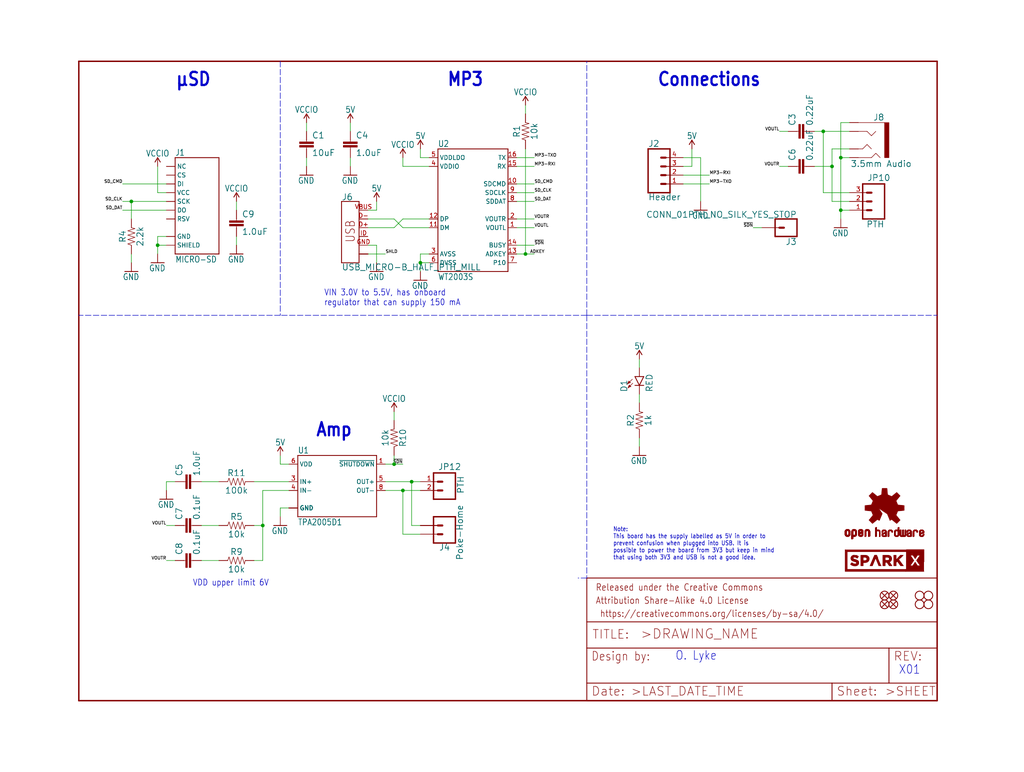
<source format=kicad_sch>
(kicad_sch (version 20211123) (generator eeschema)
  (paper "User" 297.002 223.926)
  (lib_symbols
    (symbol "eagleSchem-eagle-import:0.1UF-0603-25V-(+80{slash}-20%)"
      (property "Reference" "C" (at 1.524 2.921 0))
      (property "Value" "0.1UF-0603-25V-(+80{slash}-20%)" (at 1.524 -2.159 0))
      (symbol "0.1UF-0603-25V-(+80{slash}-20%)_1_0"
        (pin passive line (at 0 5.08 270) (length 2.54) (name "1") (number "1"))
        (pin passive line (at 0 -2.54 90) (length 2.54) (name "2") (number "2"))
      )
    )
    (symbol "eagleSchem-eagle-import:0.22UF-0603-25V-10%"
      (property "Reference" "C" (at 1.524 2.921 0))
      (property "Value" "0.22UF-0603-25V-10%" (at 1.524 -2.159 0))
      (symbol "0.22UF-0603-25V-10%_1_0"
        (pin passive line (at 0 5.08 270) (length 2.54) (name "1") (number "1"))
        (pin passive line (at 0 -2.54 90) (length 2.54) (name "2") (number "2"))
      )
    )
    (symbol "eagleSchem-eagle-import:1.0UF-0603-16V-10%"
      (property "Reference" "C" (at 1.524 2.921 0))
      (property "Value" "1.0UF-0603-16V-10%" (at 1.524 -2.159 0))
      (symbol "1.0UF-0603-16V-10%_1_0"
        (pin passive line (at 0 5.08 270) (length 2.54) (name "1") (number "1"))
        (pin passive line (at 0 -2.54 90) (length 2.54) (name "2") (number "2"))
      )
    )
    (symbol "eagleSchem-eagle-import:100KOHM-0603-1{slash}10W-1%"
      (property "Reference" "R" (at 0 1.524 0))
      (property "Value" "100KOHM-0603-1{slash}10W-1%" (at 0 -1.524 0))
      (symbol "100KOHM-0603-1{slash}10W-1%_1_0"
        (pin passive line (at -5.08 0 0) (length 2.54) (name "1") (number "1"))
        (pin passive line (at 5.08 0 180) (length 2.54) (name "2") (number "2"))
      )
    )
    (symbol "eagleSchem-eagle-import:10KOHM-0603-1{slash}10W-1%"
      (property "Reference" "R" (at 0 1.524 0))
      (property "Value" "10KOHM-0603-1{slash}10W-1%" (at 0 -1.524 0))
      (symbol "10KOHM-0603-1{slash}10W-1%_1_0"
        (pin passive line (at -5.08 0 0) (length 2.54) (name "1") (number "1"))
        (pin passive line (at 5.08 0 180) (length 2.54) (name "2") (number "2"))
      )
    )
    (symbol "eagleSchem-eagle-import:10UF-0603-6.3V-20%"
      (property "Reference" "C" (at 1.524 2.921 0))
      (property "Value" "10UF-0603-6.3V-20%" (at 1.524 -2.159 0))
      (symbol "10UF-0603-6.3V-20%_1_0"
        (pin passive line (at 0 5.08 270) (length 2.54) (name "1") (number "1"))
        (pin passive line (at 0 -2.54 90) (length 2.54) (name "2") (number "2"))
      )
    )
    (symbol "eagleSchem-eagle-import:1KOHM-0603-1{slash}10W-1%"
      (property "Reference" "R" (at 0 1.524 0))
      (property "Value" "1KOHM-0603-1{slash}10W-1%" (at 0 -1.524 0))
      (symbol "1KOHM-0603-1{slash}10W-1%_1_0"
        (pin passive line (at -5.08 0 0) (length 2.54) (name "1") (number "1"))
        (pin passive line (at 5.08 0 180) (length 2.54) (name "2") (number "2"))
      )
    )
    (symbol "eagleSchem-eagle-import:2.2KOHM-0603-1{slash}10W-1%"
      (property "Reference" "R" (at 0 1.524 0))
      (property "Value" "2.2KOHM-0603-1{slash}10W-1%" (at 0 -1.524 0))
      (symbol "2.2KOHM-0603-1{slash}10W-1%_1_0"
        (pin passive line (at -5.08 0 0) (length 2.54) (name "1") (number "1"))
        (pin passive line (at 5.08 0 180) (length 2.54) (name "2") (number "2"))
      )
    )
    (symbol "eagleSchem-eagle-import:5V" (power)
      (property "Value" "5V" (at 0 2.794 0))
      (symbol "5V_1_0"
        (pin power_in line (at 0 0 90) (length 2.54) (name "5V") (number "1"))
      )
    )
    (symbol "eagleSchem-eagle-import:AUDIO_JACK_TRRSSMD_RA"
      (property "Reference" "J" (at -5.08 5.588 0))
      (property "Value" "AUDIO_JACK_TRRSSMD_RA" (at -5.08 -7.62 0))
      (symbol "AUDIO_JACK_TRRSSMD_RA_1_0"
        (pin bidirectional line (at 5.08 5.08 180) (length 2.54) (name "EARTH") (number "EARTH"))
        (pin bidirectional line (at 5.08 2.54 180) (length 2.54) (name "RING1") (number "RING1"))
        (pin bidirectional line (at 5.08 -5.08 180) (length 2.54) (name "RING2") (number "RING2"))
        (pin bidirectional line (at 5.08 -2.54 180) (length 2.54) (name "TIP") (number "TIP"))
      )
    )
    (symbol "eagleSchem-eagle-import:CONN_01PTH_NO_SILK_YES_STOP"
      (property "Reference" "J" (at -2.54 3.048 0))
      (property "Value" "CONN_01PTH_NO_SILK_YES_STOP" (at -2.54 -4.826 0))
      (symbol "CONN_01PTH_NO_SILK_YES_STOP_1_0"
        (pin passive line (at 7.62 0 180) (length 5.08) (name "1") (number "1"))
      )
    )
    (symbol "eagleSchem-eagle-import:CONN_021X02_NO_SILK"
      (property "Reference" "J" (at -2.54 5.588 0))
      (property "Value" "CONN_021X02_NO_SILK" (at -2.54 -4.826 0))
      (symbol "CONN_021X02_NO_SILK_1_0"
        (pin passive line (at 7.62 0 180) (length 5.08) (name "1") (number "1"))
        (pin passive line (at 7.62 2.54 180) (length 5.08) (name "2") (number "2"))
      )
    )
    (symbol "eagleSchem-eagle-import:CONN_02SMALL_POKEHOME"
      (property "Reference" "J" (at -2.54 5.588 0))
      (property "Value" "CONN_02SMALL_POKEHOME" (at -2.54 -4.826 0))
      (symbol "CONN_02SMALL_POKEHOME_1_0"
        (pin passive line (at 7.62 0 180) (length 5.08) (name "1") (number "P1"))
        (pin passive line (at 7.62 2.54 180) (length 5.08) (name "2") (number "P2"))
        (pin passive line (at 7.62 0 180) (length 5.08) (name "1") (number "P3"))
        (pin passive line (at 7.62 2.54 180) (length 5.08) (name "2") (number "P4"))
      )
    )
    (symbol "eagleSchem-eagle-import:CONN_031X03_NO_SILK"
      (property "Reference" "J" (at -2.54 5.588 0))
      (property "Value" "CONN_031X03_NO_SILK" (at -2.54 -7.366 0))
      (symbol "CONN_031X03_NO_SILK_1_0"
        (pin passive line (at 7.62 -2.54 180) (length 5.08) (name "1") (number "1"))
        (pin passive line (at 7.62 0 180) (length 5.08) (name "2") (number "2"))
        (pin passive line (at 7.62 2.54 180) (length 5.08) (name "3") (number "3"))
      )
    )
    (symbol "eagleSchem-eagle-import:CONN_041X04_NO_SILK"
      (property "Reference" "J" (at -5.08 8.128 0))
      (property "Value" "CONN_041X04_NO_SILK" (at -5.08 -7.366 0))
      (symbol "CONN_041X04_NO_SILK_1_0"
        (pin passive line (at 5.08 -2.54 180) (length 5.08) (name "1") (number "1"))
        (pin passive line (at 5.08 0 180) (length 5.08) (name "2") (number "2"))
        (pin passive line (at 5.08 2.54 180) (length 5.08) (name "3") (number "3"))
        (pin passive line (at 5.08 5.08 180) (length 5.08) (name "4") (number "4"))
      )
    )
    (symbol "eagleSchem-eagle-import:FIDUCIALUFIDUCIAL")
    (symbol "eagleSchem-eagle-import:FRAME-LETTER"
      (symbol "FRAME-LETTER_2_0"
        (text " https://creativecommons.org/licenses/by-sa/4.0/" (at 2.54 24.13 0) (effects (font (size 1.9304 1.6408)) (justify left bottom)))
        (text ">DRAWING_NAME" (at 15.494 17.78 0) (effects (font (size 2.7432 2.7432)) (justify left bottom)))
        (text ">LAST_DATE_TIME" (at 12.7 1.27 0) (effects (font (size 2.54 2.54)) (justify left bottom)))
        (text ">SHEET" (at 86.36 1.27 0) (effects (font (size 2.54 2.54)) (justify left bottom)))
        (text "Attribution Share-Alike 4.0 License" (at 2.54 27.94 0) (effects (font (size 1.9304 1.6408)) (justify left bottom)))
        (text "Date:" (at 1.27 1.27 0) (effects (font (size 2.54 2.54)) (justify left bottom)))
        (text "Design by:" (at 1.27 11.43 0) (effects (font (size 2.54 2.159)) (justify left bottom)))
        (text "Released under the Creative Commons" (at 2.54 31.75 0) (effects (font (size 1.9304 1.6408)) (justify left bottom)))
        (text "REV:" (at 88.9 11.43 0) (effects (font (size 2.54 2.54)) (justify left bottom)))
        (text "Sheet:" (at 72.39 1.27 0) (effects (font (size 2.54 2.54)) (justify left bottom)))
        (text "TITLE:" (at 1.524 17.78 0) (effects (font (size 2.54 2.54)) (justify left bottom)))
      )
    )
    (symbol "eagleSchem-eagle-import:GND" (power)
      (property "Value" "GND" (at -2.54 -2.54 0))
      (symbol "GND_1_0"
        (pin power_in line (at 0 2.54 270) (length 2.54) (name "GND") (number "1"))
      )
    )
    (symbol "eagleSchem-eagle-import:LED-RED0603"
      (property "Reference" "D" (at -3.429 -4.572 90))
      (property "Value" "LED-RED0603" (at 1.905 -4.572 90))
      (symbol "LED-RED0603_1_0"
        (pin passive line (at 0 2.54 270) (length 2.54) (name "A") (number "A"))
        (pin passive line (at 0 -5.08 90) (length 2.54) (name "C") (number "C"))
      )
    )
    (symbol "eagleSchem-eagle-import:MICRO-SD_CARD_SOCKETPUSH-PUSH"
      (property "Reference" "J" (at -5.08 15.748 0))
      (property "Value" "MICRO-SD_CARD_SOCKETPUSH-PUSH" (at -5.08 -15.24 0))
      (symbol "MICRO-SD_CARD_SOCKETPUSH-PUSH_1_0"
        (pin bidirectional line (at -7.62 -10.16 0) (length 2.54) (name "SHIELD") (number "CD1"))
        (pin bidirectional line (at -7.62 10.16 0) (length 2.54) (name "CS") (number "CS"))
        (pin bidirectional line (at -7.62 7.62 0) (length 2.54) (name "DI") (number "DI"))
        (pin bidirectional line (at -7.62 0 0) (length 2.54) (name "DO") (number "DO"))
        (pin bidirectional line (at -7.62 -7.62 0) (length 2.54) (name "GND") (number "GND"))
        (pin bidirectional line (at -7.62 -2.54 0) (length 2.54) (name "RSV") (number "RSV1"))
        (pin bidirectional line (at -7.62 12.7 0) (length 2.54) (name "NC") (number "RSV2"))
        (pin bidirectional line (at -7.62 2.54 0) (length 2.54) (name "SCK") (number "SCLK"))
        (pin bidirectional line (at -7.62 5.08 0) (length 2.54) (name "VCC") (number "VCC"))
      )
    )
    (symbol "eagleSchem-eagle-import:OSHW-LOGOMINI")
    (symbol "eagleSchem-eagle-import:SPARKX-LOGO4")
    (symbol "eagleSchem-eagle-import:STAND-OFF")
    (symbol "eagleSchem-eagle-import:TPA2005D1DRB"
      (property "Reference" "U" (at -10.16 8.128 0))
      (property "Value" "TPA2005D1DRB" (at -10.16 -12.7 0))
      (symbol "TPA2005D1DRB_1_0"
        (pin input line (at 15.24 5.08 180) (length 2.54) (name "~{SHUTDOWN}") (number "1"))
        (pin power_in line (at -12.7 -7.62 0) (length 2.54) (name "GND") (number "10"))
        (pin power_in line (at -12.7 -7.62 0) (length 2.54) (name "GND") (number "11"))
        (pin power_in line (at -12.7 -7.62 0) (length 2.54) (name "GND") (number "12"))
        (pin power_in line (at -12.7 -7.62 0) (length 2.54) (name "GND") (number "13"))
        (pin bidirectional line (at -12.7 0 0) (length 2.54) (name "IN+") (number "3"))
        (pin bidirectional line (at -12.7 -2.54 0) (length 2.54) (name "IN-") (number "4"))
        (pin bidirectional line (at 15.24 0 180) (length 2.54) (name "OUT+") (number "5"))
        (pin power_in line (at -12.7 5.08 0) (length 2.54) (name "VDD") (number "6"))
        (pin power_in line (at -12.7 -7.62 0) (length 2.54) (name "GND") (number "7"))
        (pin bidirectional line (at 15.24 -2.54 180) (length 2.54) (name "OUT-") (number "8"))
        (pin power_in line (at -12.7 -7.62 0) (length 2.54) (name "GND") (number "9"))
      )
    )
    (symbol "eagleSchem-eagle-import:USB_MICRO-B_HALF_PTH_MILL"
      (property "Reference" "J" (at -2.54 10.414 0))
      (property "Value" "USB_MICRO-B_HALF_PTH_MILL" (at -2.54 -9.906 0))
      (symbol "USB_MICRO-B_HALF_PTH_MILL_1_0"
        (text "USB" (at 0 1.524 900) (effects (font (size 2.54 2.159))))
        (pin bidirectional line (at 5.08 2.54 180) (length 2.54) (name "D+") (number "D+"))
        (pin bidirectional line (at 5.08 5.08 180) (length 2.54) (name "D-") (number "D-"))
        (pin power_in line (at 5.08 -2.54 180) (length 2.54) (name "GND") (number "GND"))
        (pin bidirectional line (at 5.08 0 180) (length 2.54) (name "ID") (number "ID"))
        (pin bidirectional line (at 5.08 -5.08 180) (length 2.54) (name "SHIELD") (number "SHIELD"))
        (pin bidirectional line (at 5.08 -5.08 180) (length 2.54) (name "SHIELD") (number "SHIELD10"))
        (pin bidirectional line (at 5.08 -5.08 180) (length 2.54) (name "SHIELD") (number "SHIELD2"))
        (pin bidirectional line (at 5.08 -5.08 180) (length 2.54) (name "SHIELD") (number "SHIELD3"))
        (pin bidirectional line (at 5.08 -5.08 180) (length 2.54) (name "SHIELD") (number "SHIELD4"))
        (pin bidirectional line (at 5.08 -5.08 180) (length 2.54) (name "SHIELD") (number "SHIELD5"))
        (pin bidirectional line (at 5.08 -5.08 180) (length 2.54) (name "SHIELD") (number "SHIELD6"))
        (pin bidirectional line (at 5.08 -5.08 180) (length 2.54) (name "SHIELD") (number "SHIELD7"))
        (pin bidirectional line (at 5.08 -5.08 180) (length 2.54) (name "SHIELD") (number "SHIELD8"))
        (pin bidirectional line (at 5.08 -5.08 180) (length 2.54) (name "SHIELD") (number "SHIELD9"))
        (pin power_in line (at 5.08 7.62 180) (length 2.54) (name "VBUS") (number "VBUS"))
      )
    )
    (symbol "eagleSchem-eagle-import:VCCIO" (power)
      (property "Value" "VCCIO" (at 0 2.794 0))
      (symbol "VCCIO_1_0"
        (pin power_in line (at 0 0 90) (length 2.54) (name "VCCIO") (number "1"))
      )
    )
    (symbol "eagleSchem-eagle-import:WT2003S"
      (property "Reference" "U" (at -10.16 18.288 0))
      (property "Value" "WT2003S" (at -10.16 -20.32 0))
      (symbol "WT2003S_1_0"
        (pin bidirectional line (at 12.7 -5.08 180) (length 2.54) (name "VOUTL") (number "1"))
        (pin bidirectional line (at 12.7 7.62 180) (length 2.54) (name "SDCMD") (number "10"))
        (pin bidirectional line (at -12.7 -5.08 0) (length 2.54) (name "DM") (number "11"))
        (pin bidirectional line (at -12.7 -2.54 0) (length 2.54) (name "DP") (number "12"))
        (pin bidirectional line (at 12.7 -12.7 180) (length 2.54) (name "ADKEY") (number "13"))
        (pin bidirectional line (at 12.7 -10.16 180) (length 2.54) (name "BUSY") (number "14"))
        (pin bidirectional line (at 12.7 12.7 180) (length 2.54) (name "RX") (number "15"))
        (pin bidirectional line (at 12.7 15.24 180) (length 2.54) (name "TX") (number "16"))
        (pin bidirectional line (at 12.7 -2.54 180) (length 2.54) (name "VOUTR") (number "2"))
        (pin bidirectional line (at -12.7 -12.7 0) (length 2.54) (name "AVSS") (number "3"))
        (pin bidirectional line (at -12.7 12.7 0) (length 2.54) (name "VDDIO") (number "4"))
        (pin bidirectional line (at -12.7 15.24 0) (length 2.54) (name "VDDLDO") (number "5"))
        (pin bidirectional line (at -12.7 -15.24 0) (length 2.54) (name "DVSS") (number "6"))
        (pin bidirectional line (at 12.7 -15.24 180) (length 2.54) (name "P10") (number "7"))
        (pin bidirectional line (at 12.7 2.54 180) (length 2.54) (name "SDDAT") (number "8"))
        (pin bidirectional line (at 12.7 5.08 180) (length 2.54) (name "SDCLK") (number "9"))
      )
    )
  )
  (junction (at 121.92 76.2))
  (junction (at 243.84 45.72))
  (junction (at 116.84 142.24))
  (junction (at 241.3 48.26))
  (junction (at 45.72 71.12))
  (junction (at 114.3 134.62))
  (junction (at 243.84 60.96))
  (junction (at 238.76 38.1))
  (junction (at 119.38 139.7))
  (junction (at 38.1 58.42))
  (junction (at 152.4 73.66))
  (junction (at 76.2 152.4))
  (wire (pts (xy 73.66 139.7) (xy 83.82 139.7)))
  (wire (pts (xy 228.6 48.26) (xy 226.06 48.26)))
  (wire (pts (xy 149.86 48.26) (xy 154.94 48.26)))
  (wire (pts (xy 38.1 58.42) (xy 35.56 58.42)))
  (wire (pts (xy 243.84 35.56) (xy 243.84 45.72)))
  (wire (pts (xy 101.6 48.26) (xy 101.6 45.72)))
  (wire (pts (xy 243.84 63.5) (xy 243.84 60.96)))
  (wire (pts (xy 48.26 139.7) (xy 48.26 142.24)))
  (wire (pts (xy 106.68 71.12) (xy 109.22 71.12)))
  (wire (pts (xy 152.4 73.66) (xy 154.94 73.66)))
  (wire (pts (xy 48.26 53.34) (xy 35.56 53.34)))
  (wire (pts (xy 45.72 55.88) (xy 45.72 48.26)))
  (wire (pts (xy 116.84 48.26) (xy 116.84 45.72)))
  (wire (pts (xy 124.46 45.72) (xy 121.92 45.72)))
  (polyline (pts (xy 170.18 167.64) (xy 167.64 167.64)))
  (wire (pts (xy 246.38 58.42) (xy 241.3 58.42)))
  (wire (pts (xy 185.42 127) (xy 185.42 129.54)))
  (wire (pts (xy 149.86 58.42) (xy 154.94 58.42)))
  (polyline (pts (xy 81.28 91.44) (xy 22.86 91.44)))
  (wire (pts (xy 76.2 162.56) (xy 76.2 152.4)))
  (wire (pts (xy 152.4 30.48) (xy 152.4 33.02)))
  (wire (pts (xy 246.38 35.56) (xy 243.84 35.56)))
  (wire (pts (xy 238.76 55.88) (xy 238.76 38.1)))
  (wire (pts (xy 149.86 63.5) (xy 154.94 63.5)))
  (wire (pts (xy 200.66 48.26) (xy 200.66 43.18)))
  (wire (pts (xy 246.38 60.96) (xy 243.84 60.96)))
  (wire (pts (xy 228.6 38.1) (xy 226.06 38.1)))
  (wire (pts (xy 83.82 147.32) (xy 81.28 147.32)))
  (wire (pts (xy 114.3 63.5) (xy 116.84 66.04)))
  (polyline (pts (xy 170.18 91.44) (xy 271.78 91.44)))
  (wire (pts (xy 50.8 152.4) (xy 48.26 152.4)))
  (wire (pts (xy 38.1 76.2) (xy 38.1 73.66)))
  (wire (pts (xy 149.86 53.34) (xy 154.94 53.34)))
  (wire (pts (xy 111.76 139.7) (xy 119.38 139.7)))
  (wire (pts (xy 114.3 134.62) (xy 111.76 134.62)))
  (wire (pts (xy 236.22 48.26) (xy 241.3 48.26)))
  (wire (pts (xy 114.3 119.38) (xy 114.3 121.92)))
  (wire (pts (xy 106.68 66.04) (xy 114.3 66.04)))
  (wire (pts (xy 83.82 134.62) (xy 81.28 134.62)))
  (wire (pts (xy 83.82 142.24) (xy 76.2 142.24)))
  (wire (pts (xy 119.38 152.4) (xy 121.92 152.4)))
  (wire (pts (xy 220.98 66.04) (xy 218.44 66.04)))
  (wire (pts (xy 198.12 50.8) (xy 205.74 50.8)))
  (wire (pts (xy 149.86 71.12) (xy 154.94 71.12)))
  (wire (pts (xy 241.3 43.18) (xy 241.3 48.26)))
  (wire (pts (xy 63.5 152.4) (xy 58.42 152.4)))
  (wire (pts (xy 149.86 73.66) (xy 152.4 73.66)))
  (wire (pts (xy 45.72 68.58) (xy 45.72 71.12)))
  (wire (pts (xy 124.46 76.2) (xy 121.92 76.2)))
  (wire (pts (xy 241.3 58.42) (xy 241.3 48.26)))
  (wire (pts (xy 68.58 58.42) (xy 68.58 60.96)))
  (polyline (pts (xy 170.18 91.44) (xy 170.18 167.64)))
  (wire (pts (xy 121.92 76.2) (xy 121.92 78.74)))
  (wire (pts (xy 106.68 60.96) (xy 109.22 60.96)))
  (wire (pts (xy 63.5 162.56) (xy 58.42 162.56)))
  (polyline (pts (xy 170.18 91.44) (xy 81.28 91.44)))
  (wire (pts (xy 198.12 45.72) (xy 203.2 45.72)))
  (wire (pts (xy 121.92 154.94) (xy 116.84 154.94)))
  (wire (pts (xy 243.84 45.72) (xy 246.38 45.72)))
  (wire (pts (xy 121.92 73.66) (xy 121.92 76.2)))
  (wire (pts (xy 48.26 60.96) (xy 35.56 60.96)))
  (wire (pts (xy 121.92 142.24) (xy 116.84 142.24)))
  (wire (pts (xy 48.26 58.42) (xy 38.1 58.42)))
  (wire (pts (xy 45.72 71.12) (xy 45.72 73.66)))
  (wire (pts (xy 68.58 71.12) (xy 68.58 68.58)))
  (wire (pts (xy 203.2 45.72) (xy 203.2 58.42)))
  (wire (pts (xy 48.26 68.58) (xy 45.72 68.58)))
  (wire (pts (xy 198.12 53.34) (xy 205.74 53.34)))
  (wire (pts (xy 124.46 48.26) (xy 116.84 48.26)))
  (wire (pts (xy 50.8 162.56) (xy 48.26 162.56)))
  (wire (pts (xy 149.86 66.04) (xy 154.94 66.04)))
  (polyline (pts (xy 81.28 17.78) (xy 81.28 91.44)))
  (wire (pts (xy 243.84 60.96) (xy 243.84 45.72)))
  (wire (pts (xy 198.12 48.26) (xy 200.66 48.26)))
  (wire (pts (xy 124.46 73.66) (xy 121.92 73.66)))
  (wire (pts (xy 114.3 66.04) (xy 116.84 63.5)))
  (wire (pts (xy 119.38 139.7) (xy 121.92 139.7)))
  (polyline (pts (xy 170.18 91.44) (xy 170.18 17.78)))
  (wire (pts (xy 38.1 63.5) (xy 38.1 58.42)))
  (wire (pts (xy 116.84 134.62) (xy 114.3 134.62)))
  (wire (pts (xy 106.68 63.5) (xy 114.3 63.5)))
  (wire (pts (xy 116.84 66.04) (xy 124.46 66.04)))
  (wire (pts (xy 149.86 45.72) (xy 154.94 45.72)))
  (wire (pts (xy 152.4 73.66) (xy 152.4 43.18)))
  (wire (pts (xy 116.84 154.94) (xy 116.84 142.24)))
  (wire (pts (xy 246.38 55.88) (xy 238.76 55.88)))
  (wire (pts (xy 88.9 35.56) (xy 88.9 38.1)))
  (wire (pts (xy 185.42 104.14) (xy 185.42 106.68)))
  (wire (pts (xy 73.66 162.56) (xy 76.2 162.56)))
  (wire (pts (xy 106.68 73.66) (xy 111.76 73.66)))
  (wire (pts (xy 236.22 38.1) (xy 238.76 38.1)))
  (wire (pts (xy 48.26 55.88) (xy 45.72 55.88)))
  (wire (pts (xy 76.2 142.24) (xy 76.2 152.4)))
  (wire (pts (xy 50.8 139.7) (xy 48.26 139.7)))
  (wire (pts (xy 81.28 134.62) (xy 81.28 132.08)))
  (wire (pts (xy 109.22 71.12) (xy 109.22 76.2)))
  (wire (pts (xy 121.92 45.72) (xy 121.92 43.18)))
  (wire (pts (xy 119.38 139.7) (xy 119.38 152.4)))
  (wire (pts (xy 101.6 35.56) (xy 101.6 38.1)))
  (wire (pts (xy 58.42 139.7) (xy 63.5 139.7)))
  (wire (pts (xy 109.22 60.96) (xy 109.22 58.42)))
  (wire (pts (xy 81.28 147.32) (xy 81.28 149.86)))
  (wire (pts (xy 88.9 45.72) (xy 88.9 48.26)))
  (wire (pts (xy 185.42 114.3) (xy 185.42 116.84)))
  (wire (pts (xy 246.38 43.18) (xy 241.3 43.18)))
  (wire (pts (xy 114.3 132.08) (xy 114.3 134.62)))
  (wire (pts (xy 76.2 152.4) (xy 73.66 152.4)))
  (wire (pts (xy 149.86 55.88) (xy 154.94 55.88)))
  (wire (pts (xy 116.84 142.24) (xy 111.76 142.24)))
  (wire (pts (xy 246.38 38.1) (xy 238.76 38.1)))
  (wire (pts (xy 48.26 71.12) (xy 45.72 71.12)))
  (wire (pts (xy 116.84 63.5) (xy 124.46 63.5)))
  (text "μSD" (at 50.8 25.4 180) (effects (font (size 3.81 3.2385) (thickness 0.6477) bold) (justify left bottom)))
  (text "MP3" (at 129.54 25.4 180) (effects (font (size 3.81 3.2385) (thickness 0.6477) bold) (justify left bottom)))
  (text "Amp" (at 91.44 127 180) (effects (font (size 3.81 3.2385) (thickness 0.6477) bold) (justify left bottom)))
  (text "Connections" (at 190.5 25.4 180) (effects (font (size 3.81 3.2385) (thickness 0.6477) bold) (justify left bottom)))
  (text "X01" (at 260.604 195.834 180) (effects (font (size 2.54 2.159)) (justify left bottom)))
  (text "Note:\nThis board has the supply labelled as 5V in order to\nprevent confusion when plugged into USB. It is\npossible to power the board from 3V3 but keep in mind\nthat using both 3V3 and USB is not a good idea." (at 177.8 162.56 0) (effects (font (size 1.27 1.0795)) (justify left bottom)))
  (text "VDD upper limit 6V" (at 55.88 170.18 180) (effects (font (size 1.778 1.5113)) (justify left bottom)))
  (text "O. Lyke" (at 195.834 191.77 180) (effects (font (size 2.54 2.159)) (justify left bottom)))
  (text "VIN 3.0V to 5.5V, has onboard\nregulator that can supply 150 mA" (at 93.98 88.9 0) (effects (font (size 1.778 1.5113)) (justify left bottom)))
  (label "SD_CLK" (at 35.56 58.42 180) (effects (font (size 0.889 0.889))))
  (label "VOUTR" (at 226.06 48.26 180) (effects (font (size 0.889 0.889))))
  (label "VOUTL" (at 48.26 152.4 180) (effects (font (size 0.889 0.889))))
  (label "VOUTL" (at 154.94 66.04 0) (effects (font (size 0.889 0.889))))
  (label "VOUTR" (at 48.26 162.56 180) (effects (font (size 0.889 0.889))))
  (label "~{SDN}" (at 218.44 66.04 180) (effects (font (size 0.889 0.889))))
  (label "~{SDN}" (at 154.94 71.12 0) (effects (font (size 0.889 0.889))))
  (label "MP3-RXI" (at 205.74 50.8 0) (effects (font (size 0.889 0.889))))
  (label "ADKEY" (at 153.67 73.66 0) (effects (font (size 0.889 0.889))))
  (label "SD_CMD" (at 154.94 53.34 0) (effects (font (size 0.889 0.889))))
  (label "SD_DAT" (at 154.94 58.42 0) (effects (font (size 0.889 0.889))))
  (label "MP3-TXO" (at 205.74 53.34 0) (effects (font (size 0.889 0.889))))
  (label "SD_DAT" (at 35.56 60.96 180) (effects (font (size 0.889 0.889))))
  (label "~{SDN}" (at 116.84 134.62 180) (effects (font (size 0.889 0.889))))
  (label "VOUTR" (at 154.94 63.5 0) (effects (font (size 0.889 0.889))))
  (label "SD_CMD" (at 35.56 53.34 180) (effects (font (size 0.889 0.889))))
  (label "SD_CLK" (at 154.94 55.88 0) (effects (font (size 0.889 0.889))))
  (label "MP3-RXI" (at 154.94 48.26 0) (effects (font (size 0.889 0.889))))
  (label "VOUTL" (at 226.06 38.1 180) (effects (font (size 0.889 0.889))))
  (label "SHLD" (at 111.76 73.66 0) (effects (font (size 0.889 0.889))))
  (label "MP3-TXO" (at 154.94 45.72 0) (effects (font (size 0.889 0.889))))
  (symbol (lib_id "eagleSchem-eagle-import:VCCIO") (at 45.72 48.26 0) (unit 1)
    (property "Reference" "#SUPPLY16" (effects hide))
    (property "Value" "VCCIO" (at 45.72 45.466 0) (effects (font (size 1.778 1.5113)) (justify bottom)))
    (property "Footprint" "eagleSchem:" (effects hide))
  )
  (symbol (lib_id "eagleSchem-eagle-import:GND") (at 81.28 152.4 0) (unit 1)
    (property "Reference" "#GND9" (effects hide))
    (property "Value" "GND" (at 78.74 154.94 0) (effects (font (size 1.778 1.5113)) (justify left bottom)))
    (property "Footprint" "eagleSchem:" (effects hide))
  )
  (symbol (lib_id "eagleSchem-eagle-import:CONN_02SMALL_POKEHOME") (at 129.54 154.94 0) (mirror y) (unit 1)
    (property "Reference" "J4" (at 127.254 157.734 0) (effects (font (size 1.778 1.778)) (justify right top)))
    (property "Value" "Poke-Home" (at 134.366 146.304 90) (effects (font (size 1.778 1.778)) (justify right top)))
    (property "Footprint" "eagleSchem:1X02_POKEHOME" (effects hide))
  )
  (symbol (lib_id "eagleSchem-eagle-import:10KOHM-0603-1{slash}10W-1%") (at 114.3 127 270) (mirror x) (unit 1)
    (property "Reference" "R10" (at 115.824 127 0) (effects (font (size 1.778 1.778)) (justify bottom)))
    (property "Value" "10k" (at 112.776 127 0) (effects (font (size 1.778 1.778)) (justify top)))
    (property "Footprint" "eagleSchem:0603" (effects hide))
  )
  (symbol (lib_id "eagleSchem-eagle-import:GND") (at 38.1 78.74 0) (unit 1)
    (property "Reference" "#GND15" (effects hide))
    (property "Value" "GND" (at 35.56 81.28 0) (effects (font (size 1.778 1.5113)) (justify left bottom)))
    (property "Footprint" "eagleSchem:" (effects hide))
  )
  (symbol (lib_id "eagleSchem-eagle-import:10KOHM-0603-1{slash}10W-1%") (at 68.58 162.56 0) (unit 1)
    (property "Reference" "R9" (at 68.58 161.036 0) (effects (font (size 1.778 1.778)) (justify bottom)))
    (property "Value" "10k" (at 68.58 164.084 0) (effects (font (size 1.778 1.778)) (justify top)))
    (property "Footprint" "eagleSchem:0603" (effects hide))
  )
  (symbol (lib_id "eagleSchem-eagle-import:CONN_01PTH_NO_SILK_YES_STOP") (at 228.6 66.04 180) (unit 1)
    (property "Reference" "J3" (at 231.14 69.088 0) (effects (font (size 1.778 1.778)) (justify left bottom)))
    (property "Value" "CONN_01PTH_NO_SILK_YES_STOP" (at 231.14 61.214 0) (effects (font (size 1.778 1.778)) (justify left bottom)))
    (property "Footprint" "eagleSchem:1X01_NO_SILK" (effects hide))
  )
  (symbol (lib_id "eagleSchem-eagle-import:VCCIO") (at 152.4 30.48 0) (unit 1)
    (property "Reference" "#SUPPLY11" (effects hide))
    (property "Value" "VCCIO" (at 152.4 27.686 0) (effects (font (size 1.778 1.5113)) (justify bottom)))
    (property "Footprint" "eagleSchem:" (effects hide))
  )
  (symbol (lib_id "eagleSchem-eagle-import:FIDUCIALUFIDUCIAL") (at 259.08 172.72 0) (unit 1)
    (property "Reference" "JP6" (effects hide))
    (property "Value" "FIDUCIALUFIDUCIAL" (effects hide))
    (property "Footprint" "eagleSchem:MICRO-FIDUCIAL" (effects hide))
  )
  (symbol (lib_id "eagleSchem-eagle-import:CONN_041X04_NO_SILK") (at 193.04 50.8 0) (unit 1)
    (property "Reference" "J2" (at 187.96 42.672 0) (effects (font (size 1.778 1.778)) (justify left bottom)))
    (property "Value" "Header" (at 187.96 58.166 0) (effects (font (size 1.778 1.778)) (justify left bottom)))
    (property "Footprint" "eagleSchem:1X04_NO_SILK" (effects hide))
  )
  (symbol (lib_id "eagleSchem-eagle-import:10KOHM-0603-1{slash}10W-1%") (at 152.4 38.1 90) (unit 1)
    (property "Reference" "R1" (at 150.876 38.1 0) (effects (font (size 1.778 1.778)) (justify bottom)))
    (property "Value" "10k" (at 153.924 38.1 0) (effects (font (size 1.778 1.778)) (justify top)))
    (property "Footprint" "eagleSchem:0603" (effects hide))
  )
  (symbol (lib_id "eagleSchem-eagle-import:0.1UF-0603-25V-(+80{slash}-20%)") (at 55.88 162.56 90) (unit 1)
    (property "Reference" "C8" (at 52.959 161.036 0) (effects (font (size 1.778 1.778)) (justify left bottom)))
    (property "Value" "0.1uF" (at 58.039 161.036 0) (effects (font (size 1.778 1.778)) (justify left bottom)))
    (property "Footprint" "eagleSchem:0603" (effects hide))
  )
  (symbol (lib_id "eagleSchem-eagle-import:0.1UF-0603-25V-(+80{slash}-20%)") (at 55.88 152.4 90) (unit 1)
    (property "Reference" "C7" (at 52.959 150.876 0) (effects (font (size 1.778 1.778)) (justify left bottom)))
    (property "Value" "0.1uF" (at 58.039 150.876 0) (effects (font (size 1.778 1.778)) (justify left bottom)))
    (property "Footprint" "eagleSchem:0603" (effects hide))
  )
  (symbol (lib_id "eagleSchem-eagle-import:1.0UF-0603-16V-10%") (at 55.88 139.7 90) (unit 1)
    (property "Reference" "C5" (at 52.959 138.176 0) (effects (font (size 1.778 1.778)) (justify left bottom)))
    (property "Value" "1.0uF" (at 58.039 138.176 0) (effects (font (size 1.778 1.778)) (justify left bottom)))
    (property "Footprint" "eagleSchem:0603" (effects hide))
  )
  (symbol (lib_id "eagleSchem-eagle-import:0.22UF-0603-25V-10%") (at 233.68 38.1 90) (unit 1)
    (property "Reference" "C3" (at 230.759 36.576 0) (effects (font (size 1.778 1.778)) (justify left bottom)))
    (property "Value" "0.22uF" (at 235.839 36.576 0) (effects (font (size 1.778 1.778)) (justify left bottom)))
    (property "Footprint" "eagleSchem:0603" (effects hide))
  )
  (symbol (lib_id "eagleSchem-eagle-import:100KOHM-0603-1{slash}10W-1%") (at 68.58 139.7 0) (unit 1)
    (property "Reference" "R11" (at 68.58 138.176 0) (effects (font (size 1.778 1.778)) (justify bottom)))
    (property "Value" "100k" (at 68.58 141.224 0) (effects (font (size 1.778 1.778)) (justify top)))
    (property "Footprint" "eagleSchem:0603" (effects hide))
  )
  (symbol (lib_id "eagleSchem-eagle-import:GND") (at 88.9 50.8 0) (unit 1)
    (property "Reference" "#GND4" (effects hide))
    (property "Value" "GND" (at 86.36 53.34 0) (effects (font (size 1.778 1.5113)) (justify left bottom)))
    (property "Footprint" "eagleSchem:" (effects hide))
  )
  (symbol (lib_id "eagleSchem-eagle-import:GND") (at 48.26 144.78 0) (unit 1)
    (property "Reference" "#GND16" (effects hide))
    (property "Value" "GND" (at 45.72 147.32 0) (effects (font (size 1.778 1.5113)) (justify left bottom)))
    (property "Footprint" "eagleSchem:" (effects hide))
  )
  (symbol (lib_id "eagleSchem-eagle-import:LED-RED0603") (at 185.42 109.22 0) (unit 1)
    (property "Reference" "D1" (at 181.991 113.792 90) (effects (font (size 1.778 1.778)) (justify left bottom)))
    (property "Value" "RED" (at 187.325 113.792 90) (effects (font (size 1.778 1.778)) (justify left top)))
    (property "Footprint" "eagleSchem:LED-0603" (effects hide))
  )
  (symbol (lib_id "eagleSchem-eagle-import:FIDUCIALUFIDUCIAL") (at 256.54 172.72 0) (unit 1)
    (property "Reference" "JP2" (effects hide))
    (property "Value" "FIDUCIALUFIDUCIAL" (effects hide))
    (property "Footprint" "eagleSchem:MICRO-FIDUCIAL" (effects hide))
  )
  (symbol (lib_id "eagleSchem-eagle-import:GND") (at 243.84 66.04 0) (unit 1)
    (property "Reference" "#GND29" (effects hide))
    (property "Value" "GND" (at 241.3 68.58 0) (effects (font (size 1.778 1.5113)) (justify left bottom)))
    (property "Footprint" "eagleSchem:" (effects hide))
  )
  (symbol (lib_id "eagleSchem-eagle-import:STAND-OFF") (at 266.7 175.26 0) (unit 1)
    (property "Reference" "JP13" (effects hide))
    (property "Value" "STAND-OFF" (effects hide))
    (property "Footprint" "eagleSchem:STAND-OFF" (effects hide))
  )
  (symbol (lib_id "eagleSchem-eagle-import:0.22UF-0603-25V-10%") (at 233.68 48.26 90) (unit 1)
    (property "Reference" "C6" (at 230.759 46.736 0) (effects (font (size 1.778 1.778)) (justify left bottom)))
    (property "Value" "0.22uF" (at 235.839 46.736 0) (effects (font (size 1.778 1.778)) (justify left bottom)))
    (property "Footprint" "eagleSchem:0603" (effects hide))
  )
  (symbol (lib_id "eagleSchem-eagle-import:FIDUCIALUFIDUCIAL") (at 259.08 175.26 0) (unit 1)
    (property "Reference" "JP1" (effects hide))
    (property "Value" "FIDUCIALUFIDUCIAL" (effects hide))
    (property "Footprint" "eagleSchem:MICRO-FIDUCIAL" (effects hide))
  )
  (symbol (lib_id "eagleSchem-eagle-import:GND") (at 101.6 50.8 0) (unit 1)
    (property "Reference" "#GND11" (effects hide))
    (property "Value" "GND" (at 99.06 53.34 0) (effects (font (size 1.778 1.5113)) (justify left bottom)))
    (property "Footprint" "eagleSchem:" (effects hide))
  )
  (symbol (lib_id "eagleSchem-eagle-import:10KOHM-0603-1{slash}10W-1%") (at 68.58 152.4 0) (unit 1)
    (property "Reference" "R5" (at 68.58 150.876 0) (effects (font (size 1.778 1.778)) (justify bottom)))
    (property "Value" "10k" (at 68.58 153.924 0) (effects (font (size 1.778 1.778)) (justify top)))
    (property "Footprint" "eagleSchem:0603" (effects hide))
  )
  (symbol (lib_id "eagleSchem-eagle-import:1KOHM-0603-1{slash}10W-1%") (at 185.42 121.92 90) (unit 1)
    (property "Reference" "R2" (at 183.896 121.92 0) (effects (font (size 1.778 1.778)) (justify bottom)))
    (property "Value" "1k" (at 186.944 121.92 0) (effects (font (size 1.778 1.778)) (justify top)))
    (property "Footprint" "eagleSchem:0603" (effects hide))
  )
  (symbol (lib_id "eagleSchem-eagle-import:5V") (at 81.28 132.08 0) (unit 1)
    (property "Reference" "#SUPPLY1" (effects hide))
    (property "Value" "5V" (at 81.28 129.286 0) (effects (font (size 1.778 1.5113)) (justify bottom)))
    (property "Footprint" "eagleSchem:" (effects hide))
  )
  (symbol (lib_id "eagleSchem-eagle-import:10UF-0603-6.3V-20%") (at 88.9 43.18 0) (unit 1)
    (property "Reference" "C1" (at 90.424 40.259 0) (effects (font (size 1.778 1.778)) (justify left bottom)))
    (property "Value" "10uF" (at 90.424 45.339 0) (effects (font (size 1.778 1.778)) (justify left bottom)))
    (property "Footprint" "eagleSchem:0603" (effects hide))
  )
  (symbol (lib_id "eagleSchem-eagle-import:5V") (at 200.66 43.18 0) (unit 1)
    (property "Reference" "#SUPPLY3" (effects hide))
    (property "Value" "5V" (at 200.66 40.386 0) (effects (font (size 1.778 1.5113)) (justify bottom)))
    (property "Footprint" "eagleSchem:" (effects hide))
  )
  (symbol (lib_id "eagleSchem-eagle-import:STAND-OFF") (at 269.24 175.26 0) (unit 1)
    (property "Reference" "JP4" (effects hide))
    (property "Value" "STAND-OFF" (effects hide))
    (property "Footprint" "eagleSchem:STAND-OFF" (effects hide))
  )
  (symbol (lib_id "eagleSchem-eagle-import:1.0UF-0603-16V-10%") (at 68.58 66.04 0) (unit 1)
    (property "Reference" "C9" (at 70.104 63.119 0) (effects (font (size 1.778 1.778)) (justify left bottom)))
    (property "Value" "1.0uF" (at 70.104 68.199 0) (effects (font (size 1.778 1.778)) (justify left bottom)))
    (property "Footprint" "eagleSchem:0603" (effects hide))
  )
  (symbol (lib_id "eagleSchem-eagle-import:2.2KOHM-0603-1{slash}10W-1%") (at 38.1 68.58 90) (unit 1)
    (property "Reference" "R4" (at 36.576 68.58 0) (effects (font (size 1.778 1.778)) (justify bottom)))
    (property "Value" "2.2k" (at 39.624 68.58 0) (effects (font (size 1.778 1.778)) (justify top)))
    (property "Footprint" "eagleSchem:0603" (effects hide))
  )
  (symbol (lib_id "eagleSchem-eagle-import:1.0UF-0603-16V-10%") (at 101.6 43.18 0) (unit 1)
    (property "Reference" "C4" (at 103.124 40.259 0) (effects (font (size 1.778 1.778)) (justify left bottom)))
    (property "Value" "1.0uF" (at 103.124 45.339 0) (effects (font (size 1.778 1.778)) (justify left bottom)))
    (property "Footprint" "eagleSchem:0603" (effects hide))
  )
  (symbol (lib_id "eagleSchem-eagle-import:FRAME-LETTER") (at 170.18 203.2 0) (unit 2)
    (property "Reference" "FRAME1" (effects hide))
    (property "Value" "FRAME-LETTER" (effects hide))
    (property "Footprint" "eagleSchem:CREATIVE_COMMONS" (effects hide))
  )
  (symbol (lib_id "eagleSchem-eagle-import:USB_MICRO-B_HALF_PTH_MILL") (at 101.6 68.58 0) (unit 1)
    (property "Reference" "J6" (at 99.06 58.166 0) (effects (font (size 1.778 1.778)) (justify left bottom)))
    (property "Value" "USB_MICRO-B_HALF_PTH_MILL" (at 99.06 78.486 0) (effects (font (size 1.778 1.778)) (justify left bottom)))
    (property "Footprint" "eagleSchem:USB-MICROB-PTH-MILL" (effects hide))
  )
  (symbol (lib_id "eagleSchem-eagle-import:5V") (at 185.42 104.14 0) (unit 1)
    (property "Reference" "#SUPPLY8" (effects hide))
    (property "Value" "5V" (at 185.42 101.346 0) (effects (font (size 1.778 1.5113)) (justify bottom)))
    (property "Footprint" "eagleSchem:" (effects hide))
  )
  (symbol (lib_id "eagleSchem-eagle-import:GND") (at 68.58 73.66 0) (unit 1)
    (property "Reference" "#GND18" (effects hide))
    (property "Value" "GND" (at 66.04 76.2 0) (effects (font (size 1.778 1.5113)) (justify left bottom)))
    (property "Footprint" "eagleSchem:" (effects hide))
  )
  (symbol (lib_id "eagleSchem-eagle-import:STAND-OFF") (at 266.7 172.72 0) (unit 1)
    (property "Reference" "JP11" (effects hide))
    (property "Value" "STAND-OFF" (effects hide))
    (property "Footprint" "eagleSchem:STAND-OFF" (effects hide))
  )
  (symbol (lib_id "eagleSchem-eagle-import:FRAME-LETTER") (at 22.86 203.2 0) (unit 1)
    (property "Reference" "FRAME1" (effects hide))
    (property "Value" "FRAME-LETTER" (effects hide))
    (property "Footprint" "eagleSchem:CREATIVE_COMMONS" (effects hide))
  )
  (symbol (lib_id "eagleSchem-eagle-import:GND") (at 45.72 76.2 0) (unit 1)
    (property "Reference" "#GND10" (effects hide))
    (property "Value" "GND" (at 43.18 78.74 0) (effects (font (size 1.778 1.5113)) (justify left bottom)))
    (property "Footprint" "eagleSchem:" (effects hide))
  )
  (symbol (lib_id "eagleSchem-eagle-import:GND") (at 185.42 132.08 0) (unit 1)
    (property "Reference" "#GND3" (effects hide))
    (property "Value" "GND" (at 182.88 134.62 0) (effects (font (size 1.778 1.5113)) (justify left bottom)))
    (property "Footprint" "eagleSchem:" (effects hide))
  )
  (symbol (lib_id "eagleSchem-eagle-import:AUDIO_JACK_TRRSSMD_RA") (at 251.46 40.64 0) (mirror y) (unit 1)
    (property "Reference" "J8" (at 256.54 35.052 0) (effects (font (size 1.778 1.778)) (justify left bottom)))
    (property "Value" "3.5mm Audio" (at 246.634 48.514 0) (effects (font (size 1.778 1.778)) (justify right bottom)))
    (property "Footprint" "eagleSchem:AUDIO_JACK_3.5MM_TRRS_SMD_RA" (effects hide))
  )
  (symbol (lib_id "eagleSchem-eagle-import:VCCIO") (at 116.84 45.72 0) (unit 1)
    (property "Reference" "#SUPPLY5" (effects hide))
    (property "Value" "VCCIO" (at 116.84 42.926 0) (effects (font (size 1.778 1.5113)) (justify bottom)))
    (property "Footprint" "eagleSchem:" (effects hide))
  )
  (symbol (lib_id "eagleSchem-eagle-import:GND") (at 109.22 78.74 0) (unit 1)
    (property "Reference" "#GND1" (effects hide))
    (property "Value" "GND" (at 106.68 81.28 0) (effects (font (size 1.778 1.5113)) (justify left bottom)))
    (property "Footprint" "eagleSchem:" (effects hide))
  )
  (symbol (lib_id "eagleSchem-eagle-import:SPARKX-LOGO4") (at 256.54 162.56 0) (unit 1)
    (property "Reference" "U$2" (effects hide))
    (property "Value" "SPARKX-LOGO4" (effects hide))
    (property "Footprint" "eagleSchem:SPARKX-MEDIUM" (effects hide))
  )
  (symbol (lib_id "eagleSchem-eagle-import:TPA2005D1DRB") (at 96.52 139.7 0) (unit 1)
    (property "Reference" "U1" (at 86.36 131.572 0) (effects (font (size 1.778 1.5113)) (justify left bottom)))
    (property "Value" "TPA2005D1" (at 86.36 152.4 0) (effects (font (size 1.778 1.5113)) (justify left bottom)))
    (property "Footprint" "eagleSchem:QFN-8_PAD" (effects hide))
  )
  (symbol (lib_id "eagleSchem-eagle-import:VCCIO") (at 114.3 119.38 0) (unit 1)
    (property "Reference" "#SUPPLY4" (effects hide))
    (property "Value" "VCCIO" (at 114.3 116.586 0) (effects (font (size 1.778 1.5113)) (justify bottom)))
    (property "Footprint" "eagleSchem:" (effects hide))
  )
  (symbol (lib_id "eagleSchem-eagle-import:CONN_031X03_NO_SILK") (at 254 58.42 0) (mirror y) (unit 1)
    (property "Reference" "JP10" (at 251.46 52.578 0) (effects (font (size 1.778 1.778)) (justify right bottom)))
    (property "Value" "PTH" (at 251.206 66.04 0) (effects (font (size 1.778 1.778)) (justify right bottom)))
    (property "Footprint" "eagleSchem:1X03_NO_SILK" (effects hide))
  )
  (symbol (lib_id "eagleSchem-eagle-import:GND") (at 121.92 81.28 0) (unit 1)
    (property "Reference" "#GND2" (effects hide))
    (property "Value" "GND" (at 119.38 83.82 0) (effects (font (size 1.778 1.5113)) (justify left bottom)))
    (property "Footprint" "eagleSchem:" (effects hide))
  )
  (symbol (lib_id "eagleSchem-eagle-import:FIDUCIALUFIDUCIAL") (at 256.54 175.26 0) (unit 1)
    (property "Reference" "JP5" (effects hide))
    (property "Value" "FIDUCIALUFIDUCIAL" (effects hide))
    (property "Footprint" "eagleSchem:MICRO-FIDUCIAL" (effects hide))
  )
  (symbol (lib_id "eagleSchem-eagle-import:5V") (at 109.22 58.42 0) (unit 1)
    (property "Reference" "#SUPPLY2" (effects hide))
    (property "Value" "5V" (at 109.22 55.626 0) (effects (font (size 1.778 1.5113)) (justify bottom)))
    (property "Footprint" "eagleSchem:" (effects hide))
  )
  (symbol (lib_id "eagleSchem-eagle-import:OSHW-LOGOMINI") (at 256.54 147.32 0) (unit 1)
    (property "Reference" "LOGO1" (effects hide))
    (property "Value" "OSHW-LOGOMINI" (effects hide))
    (property "Footprint" "eagleSchem:OSHW-LOGO-MINI" (effects hide))
  )
  (symbol (lib_id "eagleSchem-eagle-import:5V") (at 101.6 35.56 0) (unit 1)
    (property "Reference" "#SUPPLY9" (effects hide))
    (property "Value" "5V" (at 101.6 32.766 0) (effects (font (size 1.778 1.5113)) (justify bottom)))
    (property "Footprint" "eagleSchem:" (effects hide))
  )
  (symbol (lib_id "eagleSchem-eagle-import:VCCIO") (at 88.9 35.56 0) (unit 1)
    (property "Reference" "#SUPPLY6" (effects hide))
    (property "Value" "VCCIO" (at 88.9 32.766 0) (effects (font (size 1.778 1.5113)) (justify bottom)))
    (property "Footprint" "eagleSchem:" (effects hide))
  )
  (symbol (lib_id "eagleSchem-eagle-import:CONN_021X02_NO_SILK") (at 129.54 139.7 180) (unit 1)
    (property "Reference" "JP12" (at 127 136.398 0) (effects (font (size 1.778 1.778)) (justify right top)))
    (property "Value" "PTH" (at 134.62 143.256 90) (effects (font (size 1.778 1.778)) (justify right top)))
    (property "Footprint" "eagleSchem:1X02_NO_SILK" (effects hide))
  )
  (symbol (lib_id "eagleSchem-eagle-import:GND") (at 203.2 60.96 0) (unit 1)
    (property "Reference" "#GND6" (effects hide))
    (property "Value" "GND" (at 200.66 63.5 0) (effects (font (size 1.778 1.5113)) (justify left bottom)))
    (property "Footprint" "eagleSchem:" (effects hide))
  )
  (symbol (lib_id "eagleSchem-eagle-import:5V") (at 121.92 43.18 0) (unit 1)
    (property "Reference" "#SUPPLY7" (effects hide))
    (property "Value" "5V" (at 121.92 40.386 0) (effects (font (size 1.778 1.5113)) (justify bottom)))
    (property "Footprint" "eagleSchem:" (effects hide))
  )
  (symbol (lib_id "eagleSchem-eagle-import:STAND-OFF") (at 269.24 172.72 0) (unit 1)
    (property "Reference" "JP3" (effects hide))
    (property "Value" "STAND-OFF" (effects hide))
    (property "Footprint" "eagleSchem:STAND-OFF" (effects hide))
  )
  (symbol (lib_id "eagleSchem-eagle-import:VCCIO") (at 68.58 58.42 0) (unit 1)
    (property "Reference" "#SUPPLY20" (effects hide))
    (property "Value" "VCCIO" (at 68.58 55.626 0) (effects (font (size 1.778 1.5113)) (justify bottom)))
    (property "Footprint" "eagleSchem:" (effects hide))
  )
  (symbol (lib_id "eagleSchem-eagle-import:WT2003S") (at 137.16 60.96 0) (unit 1)
    (property "Reference" "U2" (at 127 42.672 0) (effects (font (size 1.778 1.5113)) (justify left bottom)))
    (property "Value" "WT2003S" (at 127 81.28 0) (effects (font (size 1.778 1.5113)) (justify left bottom)))
    (property "Footprint" "eagleSchem:SO16" (effects hide))
  )
  (symbol (lib_id "eagleSchem-eagle-import:MICRO-SD_CARD_SOCKETPUSH-PUSH") (at 55.88 60.96 0) (unit 1)
    (property "Reference" "J1" (at 50.8 45.212 0) (effects (font (size 1.778 1.5113)) (justify left bottom)))
    (property "Value" "MICRO-SD" (at 50.8 76.2 0) (effects (font (size 1.778 1.5113)) (justify left bottom)))
    (property "Footprint" "eagleSchem:MICRO-SD-SOCKET" (effects hide))
  )
)
</source>
